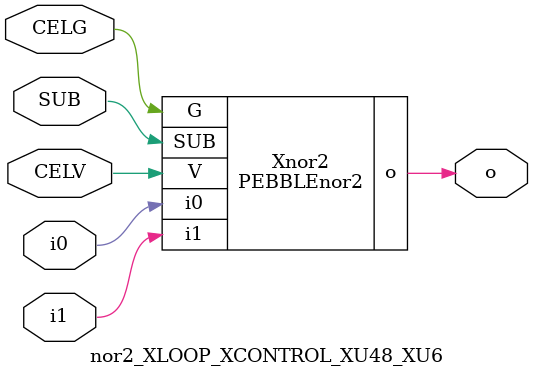
<source format=v>



module PEBBLEnor2 ( o, G, SUB, V, i0, i1 );

  input i0;
  input V;
  input i1;
  input G;
  output o;
  input SUB;
endmodule

//Celera Confidential Do Not Copy nor2_XLOOP_XCONTROL_XU48_XU6
//Celera Confidential Symbol Generator
//nor2
module nor2_XLOOP_XCONTROL_XU48_XU6 (CELV,CELG,i0,i1,o,SUB);
input CELV;
input CELG;
input i0;
input i1;
input SUB;
output o;

//Celera Confidential Do Not Copy nor2
PEBBLEnor2 Xnor2(
.V (CELV),
.i0 (i0),
.i1 (i1),
.o (o),
.SUB (SUB),
.G (CELG)
);
//,diesize,PEBBLEnor2

//Celera Confidential Do Not Copy Module End
//Celera Schematic Generator
endmodule

</source>
